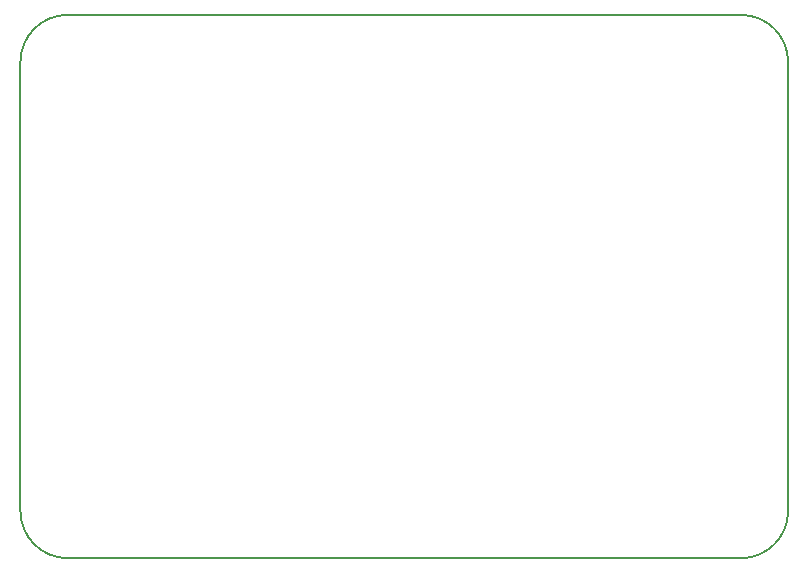
<source format=gm1>
G04 #@! TF.GenerationSoftware,KiCad,Pcbnew,8.0.1-8.0.1-1~ubuntu22.04.1*
G04 #@! TF.CreationDate,2024-05-03T10:53:45-07:00*
G04 #@! TF.ProjectId,pifire-ads-board,70696669-7265-42d6-9164-732d626f6172,rev?*
G04 #@! TF.SameCoordinates,Original*
G04 #@! TF.FileFunction,Profile,NP*
%FSLAX46Y46*%
G04 Gerber Fmt 4.6, Leading zero omitted, Abs format (unit mm)*
G04 Created by KiCad (PCBNEW 8.0.1-8.0.1-1~ubuntu22.04.1) date 2024-05-03 10:53:45*
%MOMM*%
%LPD*%
G01*
G04 APERTURE LIST*
G04 #@! TA.AperFunction,Profile*
%ADD10C,0.200000*%
G04 #@! TD*
G04 APERTURE END LIST*
D10*
X95000000Y-72000000D02*
G75*
G02*
X91000000Y-76000000I-4000000J0D01*
G01*
X30000000Y-72000000D02*
X30000000Y-34000000D01*
X91000000Y-76000000D02*
X34000000Y-76000000D01*
X34000000Y-30000000D02*
X91000000Y-30000000D01*
X34000000Y-76000000D02*
G75*
G02*
X30000000Y-72000000I0J4000000D01*
G01*
X30000000Y-34000000D02*
G75*
G02*
X34000000Y-30000000I4000000J0D01*
G01*
X95000000Y-34000000D02*
X95000000Y-72000000D01*
X91000000Y-30000000D02*
G75*
G02*
X95000000Y-34000000I0J-4000000D01*
G01*
M02*

</source>
